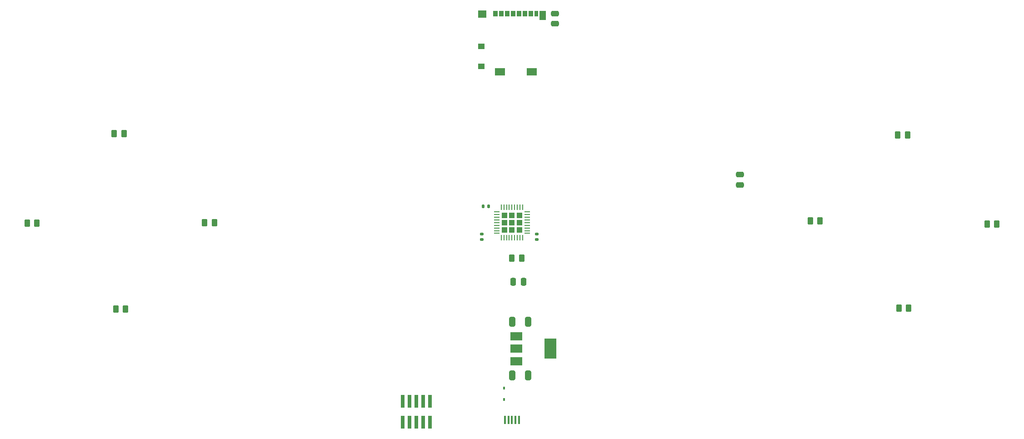
<source format=gbr>
%TF.GenerationSoftware,KiCad,Pcbnew,(6.0.10)*%
%TF.CreationDate,2023-04-18T09:59:35+03:00*%
%TF.ProjectId,Console,436f6e73-6f6c-4652-9e6b-696361645f70,rev?*%
%TF.SameCoordinates,Original*%
%TF.FileFunction,Paste,Top*%
%TF.FilePolarity,Positive*%
%FSLAX46Y46*%
G04 Gerber Fmt 4.6, Leading zero omitted, Abs format (unit mm)*
G04 Created by KiCad (PCBNEW (6.0.10)) date 2023-04-18 09:59:35*
%MOMM*%
%LPD*%
G01*
G04 APERTURE LIST*
G04 Aperture macros list*
%AMRoundRect*
0 Rectangle with rounded corners*
0 $1 Rounding radius*
0 $2 $3 $4 $5 $6 $7 $8 $9 X,Y pos of 4 corners*
0 Add a 4 corners polygon primitive as box body*
4,1,4,$2,$3,$4,$5,$6,$7,$8,$9,$2,$3,0*
0 Add four circle primitives for the rounded corners*
1,1,$1+$1,$2,$3*
1,1,$1+$1,$4,$5*
1,1,$1+$1,$6,$7*
1,1,$1+$1,$8,$9*
0 Add four rect primitives between the rounded corners*
20,1,$1+$1,$2,$3,$4,$5,0*
20,1,$1+$1,$4,$5,$6,$7,0*
20,1,$1+$1,$6,$7,$8,$9,0*
20,1,$1+$1,$8,$9,$2,$3,0*%
G04 Aperture macros list end*
%ADD10RoundRect,0.140000X0.170000X-0.140000X0.170000X0.140000X-0.170000X0.140000X-0.170000X-0.140000X0*%
%ADD11RoundRect,0.250000X0.262500X0.450000X-0.262500X0.450000X-0.262500X-0.450000X0.262500X-0.450000X0*%
%ADD12RoundRect,0.250000X0.475000X-0.250000X0.475000X0.250000X-0.475000X0.250000X-0.475000X-0.250000X0*%
%ADD13RoundRect,0.250000X0.300000X0.300000X-0.300000X0.300000X-0.300000X-0.300000X0.300000X-0.300000X0*%
%ADD14RoundRect,0.062500X0.475000X0.062500X-0.475000X0.062500X-0.475000X-0.062500X0.475000X-0.062500X0*%
%ADD15RoundRect,0.062500X0.062500X0.475000X-0.062500X0.475000X-0.062500X-0.475000X0.062500X-0.475000X0*%
%ADD16R,0.740000X2.400000*%
%ADD17R,0.450000X0.600000*%
%ADD18R,0.450000X1.500000*%
%ADD19RoundRect,0.140000X-0.170000X0.140000X-0.170000X-0.140000X0.170000X-0.140000X0.170000X0.140000X0*%
%ADD20RoundRect,0.250000X-0.262500X-0.450000X0.262500X-0.450000X0.262500X0.450000X-0.262500X0.450000X0*%
%ADD21R,0.850000X1.100000*%
%ADD22R,0.750000X1.100000*%
%ADD23R,1.200000X1.000000*%
%ADD24R,1.900000X1.350000*%
%ADD25R,1.550000X1.350000*%
%ADD26R,1.170000X1.800000*%
%ADD27RoundRect,0.140000X-0.140000X-0.170000X0.140000X-0.170000X0.140000X0.170000X-0.140000X0.170000X0*%
%ADD28RoundRect,0.250000X-0.325000X-0.650000X0.325000X-0.650000X0.325000X0.650000X-0.325000X0.650000X0*%
%ADD29R,2.200000X1.500000*%
%ADD30R,2.200000X3.800000*%
%ADD31RoundRect,0.250000X0.250000X0.475000X-0.250000X0.475000X-0.250000X-0.475000X0.250000X-0.475000X0*%
%ADD32RoundRect,0.250000X0.325000X0.650000X-0.325000X0.650000X-0.325000X-0.650000X0.325000X-0.650000X0*%
G04 APERTURE END LIST*
D10*
%TO.C,C7*%
X144370000Y-103110000D03*
X144370000Y-102150000D03*
%TD*%
D11*
%TO.C,R2*%
X207412500Y-99700000D03*
X205587500Y-99700000D03*
%TD*%
%TO.C,R6*%
X223712500Y-83700000D03*
X221887500Y-83700000D03*
%TD*%
D12*
%TO.C,C2*%
X192500000Y-92950000D03*
X192500000Y-91050000D03*
%TD*%
D11*
%TO.C,R5*%
X61512500Y-100100000D03*
X59687500Y-100100000D03*
%TD*%
D13*
%TO.C,U2*%
X148630000Y-98630000D03*
X151370000Y-100000000D03*
X148630000Y-101370000D03*
X151370000Y-98630000D03*
X148630000Y-100000000D03*
X150000000Y-98630000D03*
X151370000Y-101370000D03*
X150000000Y-101370000D03*
X150000000Y-100000000D03*
D14*
X152837500Y-102000000D03*
X152837500Y-101500000D03*
X152837500Y-101000000D03*
X152837500Y-100500000D03*
X152837500Y-100000000D03*
X152837500Y-99500000D03*
X152837500Y-99000000D03*
X152837500Y-98500000D03*
X152837500Y-98000000D03*
D15*
X152000000Y-97162500D03*
X151500000Y-97162500D03*
X151000000Y-97162500D03*
X150500000Y-97162500D03*
X150000000Y-97162500D03*
X149500000Y-97162500D03*
X149000000Y-97162500D03*
X148500000Y-97162500D03*
X148000000Y-97162500D03*
D14*
X147162500Y-98000000D03*
X147162500Y-98500000D03*
X147162500Y-99000000D03*
X147162500Y-99500000D03*
X147162500Y-100000000D03*
X147162500Y-100500000D03*
X147162500Y-101000000D03*
X147162500Y-101500000D03*
X147162500Y-102000000D03*
D15*
X148000000Y-102837500D03*
X148500000Y-102837500D03*
X149000000Y-102837500D03*
X149500000Y-102837500D03*
X150000000Y-102837500D03*
X150500000Y-102837500D03*
X151000000Y-102837500D03*
X151500000Y-102837500D03*
X152000000Y-102837500D03*
%TD*%
D16*
%TO.C,J1*%
X129690000Y-137170000D03*
X129690000Y-133270000D03*
X130960000Y-137170000D03*
X130960000Y-133270000D03*
X132230000Y-137170000D03*
X132230000Y-133270000D03*
X133500000Y-137170000D03*
X133500000Y-133270000D03*
X134770000Y-137170000D03*
X134770000Y-133270000D03*
%TD*%
D11*
%TO.C,R9*%
X94600000Y-100000000D03*
X92775000Y-100000000D03*
%TD*%
D17*
%TO.C,D1*%
X148500000Y-130850000D03*
X148500000Y-132950000D03*
%TD*%
D11*
%TO.C,R8*%
X78012500Y-116100000D03*
X76187500Y-116100000D03*
%TD*%
D18*
%TO.C,J4*%
X148700000Y-136800000D03*
X149350000Y-136800000D03*
X150000000Y-136800000D03*
X150650000Y-136800000D03*
X151300000Y-136800000D03*
%TD*%
D19*
%TO.C,C6*%
X154620000Y-102150000D03*
X154620000Y-103110000D03*
%TD*%
D20*
%TO.C,R1*%
X149987500Y-106600000D03*
X151812500Y-106600000D03*
%TD*%
D21*
%TO.C,J3*%
X146895000Y-61050000D03*
X147995000Y-61050000D03*
X149095000Y-61050000D03*
X150195000Y-61050000D03*
X151295000Y-61050000D03*
X152395000Y-61050000D03*
X153495000Y-61050000D03*
D22*
X154545000Y-61050000D03*
D23*
X144260000Y-67200000D03*
X144260000Y-70900000D03*
D24*
X147760000Y-71875000D03*
X153730000Y-71875000D03*
D25*
X144435000Y-61175000D03*
D26*
X155755000Y-61400000D03*
%TD*%
D20*
%TO.C,R3*%
X222087500Y-115900000D03*
X223912500Y-115900000D03*
%TD*%
%TO.C,R4*%
X75887500Y-83400000D03*
X77712500Y-83400000D03*
%TD*%
D27*
%TO.C,C8*%
X144670000Y-97000000D03*
X145630000Y-97000000D03*
%TD*%
D28*
%TO.C,C3*%
X150025000Y-128500000D03*
X152975000Y-128500000D03*
%TD*%
D29*
%TO.C,U1*%
X150850000Y-121200000D03*
X150850000Y-123500000D03*
X150850000Y-125800000D03*
D30*
X157150000Y-123500000D03*
%TD*%
D31*
%TO.C,C4*%
X152150000Y-111000000D03*
X150250000Y-111000000D03*
%TD*%
D12*
%TO.C,C1*%
X158000000Y-62950000D03*
X158000000Y-61050000D03*
%TD*%
D11*
%TO.C,R7*%
X240312500Y-100300000D03*
X238487500Y-100300000D03*
%TD*%
D32*
%TO.C,C5*%
X152975000Y-118500000D03*
X150025000Y-118500000D03*
%TD*%
M02*

</source>
